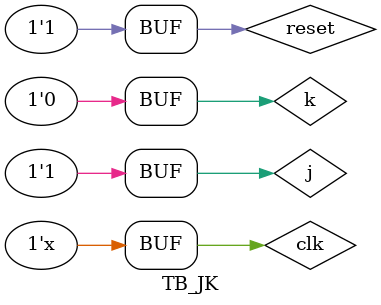
<source format=v>
`timescale 1ns / 1ps

// Name : Pratik (229) , Sanchit (233)
module TB_JK;
 
    reg clk;
    reg reset;
    reg j,k;
     
    wire q_229_233;
    wire q_b_229_233;
    
    JK_CODE uut ( .clk(clk), .reset(reset), .j(j), .k(k), 
                        .q_229_233(q_229_233), .q_b_229_233(q_b_229_233));
     
    initial begin
     
    j = 1'b0;
    k = 1'b0;
    reset = 1;
    clk=1;
     
    #10
    reset=0;
    j=1'b1;
    k=1'b0;
     
    #100
    reset=0;
    j=1'b0;
    k=1'b1;
     
    #100
    reset=0;
    j=1'b1;
    k=1'b1;
     
    #100
    reset=0;
    j=1'b0;
    k=1'b0;
     
    #100
    reset=1;
    j=1'b1;
    k=1'b0;
     
    end
    always #25 clk <= ~clk;
     
endmodule

</source>
